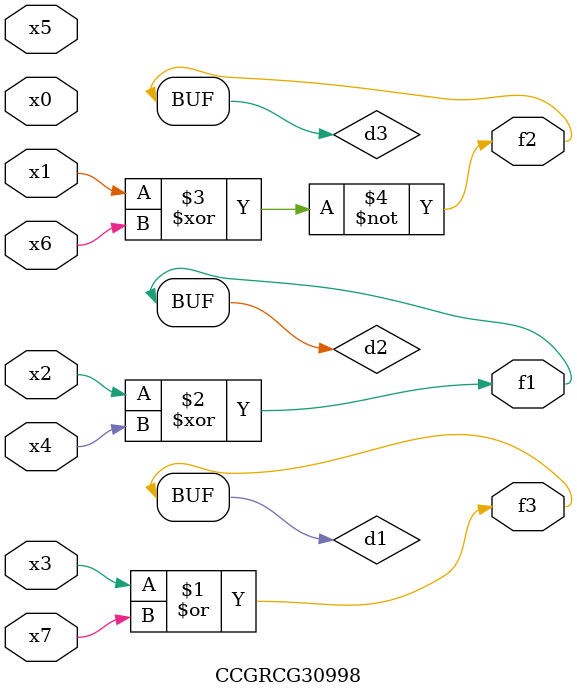
<source format=v>
module CCGRCG30998(
	input x0, x1, x2, x3, x4, x5, x6, x7,
	output f1, f2, f3
);

	wire d1, d2, d3;

	or (d1, x3, x7);
	xor (d2, x2, x4);
	xnor (d3, x1, x6);
	assign f1 = d2;
	assign f2 = d3;
	assign f3 = d1;
endmodule

</source>
